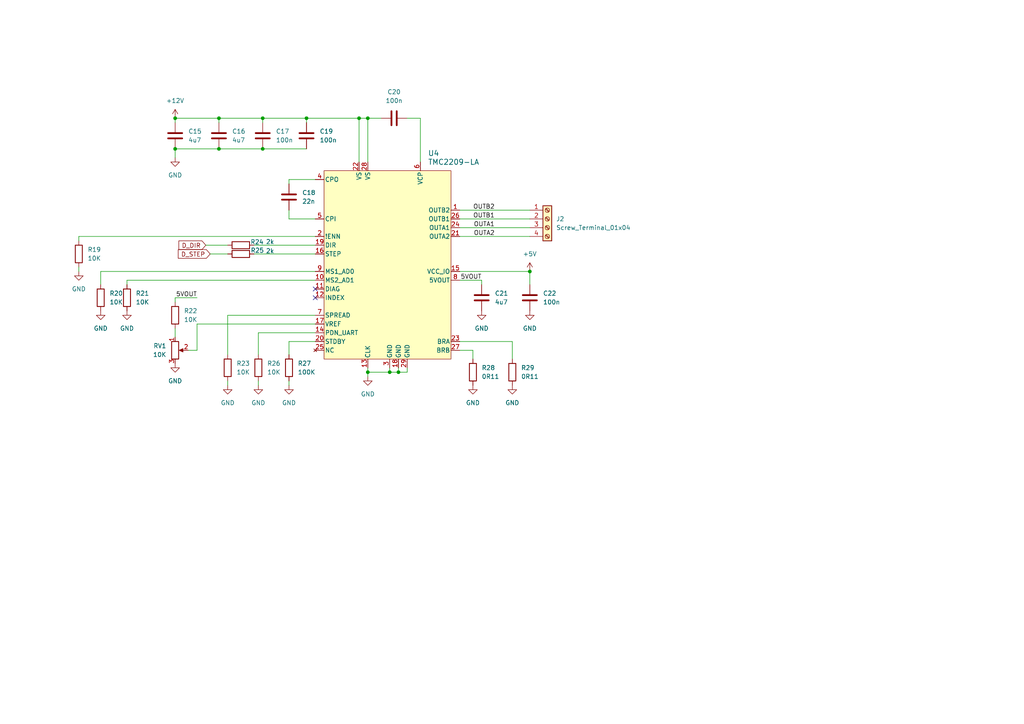
<source format=kicad_sch>
(kicad_sch (version 20230121) (generator eeschema)
  (paper "A4")
  (lib_symbols
    (symbol "Connector:Screw_Terminal_01x04" (pin_names (offset 1.016) hide)
      (property "Reference" "J" (at 0 5.08 0))
      (property "Value" "Screw_Terminal_01x04" (at 0 -7.62 0))
      (symbol "Screw_Terminal_01x04_1_1"
        (rectangle (start -1.27 3.81) (end 1.27 -6.35) (stroke (width 0.254)) (fill (type background)))
        (circle (center 0 -5.08) (radius 0.635) (stroke (width 0.1524)))
        (circle (center 0 -2.54) (radius 0.635) (stroke (width 0.1524)))
        (polyline (pts (xy -0.5334 -4.7498) (xy 0.3302 -5.588)) (stroke (width 0.1524)))
        (polyline (pts (xy -0.5334 -2.2098) (xy 0.3302 -3.048)) (stroke (width 0.1524)))
        (polyline (pts (xy -0.5334 0.3302) (xy 0.3302 -0.508)) (stroke (width 0.1524)))
        (polyline (pts (xy -0.5334 2.8702) (xy 0.3302 2.032)) (stroke (width 0.1524)))
        (polyline (pts (xy -0.3556 -4.572) (xy 0.508 -5.4102)) (stroke (width 0.1524)))
        (polyline (pts (xy -0.3556 -2.032) (xy 0.508 -2.8702)) (stroke (width 0.1524)))
        (polyline (pts (xy -0.3556 0.508) (xy 0.508 -0.3302)) (stroke (width 0.1524)))
        (polyline (pts (xy -0.3556 3.048) (xy 0.508 2.2098)) (stroke (width 0.1524)))
        (circle (center 0 0) (radius 0.635) (stroke (width 0.1524)))
        (circle (center 0 2.54) (radius 0.635) (stroke (width 0.1524)))
        (pin passive line (at -5.08 2.54 0) (length 3.81) (name "Pin_1") (number "1"))
        (pin passive line (at -5.08 0 0) (length 3.81) (name "Pin_2") (number "2"))
        (pin passive line (at -5.08 -2.54 0) (length 3.81) (name "Pin_3") (number "3"))
        (pin passive line (at -5.08 -5.08 0) (length 3.81) (name "Pin_4") (number "4"))
      )
    )
    (symbol "Device:C" (pin_numbers hide) (pin_names (offset 0.254))
      (property "Reference" "C" (at 0.635 2.54 0))
      (property "Value" "C" (at 0.635 -2.54 0))
      (symbol "C_0_1"
        (polyline (pts (xy -2.032 -0.762) (xy 2.032 -0.762)) (stroke (width 0.508)))
        (polyline (pts (xy -2.032 0.762) (xy 2.032 0.762)) (stroke (width 0.508)))
      )
      (symbol "C_1_1"
        (pin passive line (at 0 3.81 270) (length 2.794) (name "~") (number "1"))
        (pin passive line (at 0 -3.81 90) (length 2.794) (name "~") (number "2"))
      )
    )
    (symbol "Device:R" (pin_numbers hide) (pin_names (offset 0))
      (property "Reference" "R" (at 2.032 0 90))
      (property "Value" "R" (at 0 0 90))
      (symbol "R_0_1"
        (rectangle (start -1.016 -2.54) (end 1.016 2.54) (stroke (width 0.254)))
      )
      (symbol "R_1_1"
        (pin passive line (at 0 3.81 270) (length 1.27) (name "~") (number "1"))
        (pin passive line (at 0 -3.81 90) (length 1.27) (name "~") (number "2"))
      )
    )
    (symbol "Device:R_Potentiometer" (pin_names (offset 1.016) hide)
      (property "Reference" "RV" (at -4.445 0 90))
      (property "Value" "R_Potentiometer" (at -2.54 0 90))
      (symbol "R_Potentiometer_0_1"
        (polyline (pts (xy 2.54 0) (xy 1.524 0)))
        (polyline (pts (xy 1.143 0) (xy 2.286 0.508) (xy 2.286 -0.508) (xy 1.143 0)) (fill (type outline)))
        (rectangle (start 1.016 2.54) (end -1.016 -2.54) (stroke (width 0.254)))
      )
      (symbol "R_Potentiometer_1_1"
        (pin passive line (at 0 3.81 270) (length 1.27) (name "1") (number "1"))
        (pin passive line (at 3.81 0 180) (length 1.27) (name "2") (number "2"))
        (pin passive line (at 0 -3.81 90) (length 1.27) (name "3") (number "3"))
      )
    )
    (symbol "TMC2209-LA:TMC2209-LA" (pin_names (offset 0.254))
      (property "Reference" "U" (at -21.59 -24.13 0))
      (property "Value" "TMC2209-LA" (at 16.51 -27.94 0))
      (symbol "TMC2209-LA_1_0"
        (pin input line (at -10.16 -25.4 90) (length 2.54) (name "CLK") (number "13"))
        (pin power_in line (at -1.27 -25.4 90) (length 2.54) (name "GND") (number "18"))
        (pin power_in line (at -10.16 34.29 270) (length 2.54) (name "VS") (number "28"))
        (pin power_in line (at 1.27 -25.4 90) (length 2.54) (name "GND") (number "29"))
        (pin power_in line (at -3.81 -25.4 90) (length 2.54) (name "GND") (number "3"))
        (pin power_in line (at 5.08 34.29 270) (length 2.54) (name "VCP") (number "6"))
      )
      (symbol "TMC2209-LA_1_1"
        (rectangle (start -22.86 31.75) (end 13.97 -22.86) (fill (type background)))
        (pin output line (at 16.51 20.32 180) (length 2.54) (name "OUTB2") (number "1"))
        (pin input line (at -25.4 0 0) (length 2.54) (name "MS2_AD1") (number "10"))
        (pin output line (at -25.4 -2.54 0) (length 2.54) (name "DIAG") (number "11"))
        (pin output line (at -25.4 -5.08 0) (length 2.54) (name "INDEX") (number "12"))
        (pin input line (at -25.4 -15.24 0) (length 2.54) (name "PDN_UART") (number "14"))
        (pin passive line (at 16.51 2.54 180) (length 2.54) (name "VCC_IO") (number "15"))
        (pin input line (at -25.4 7.62 0) (length 2.54) (name "STEP") (number "16"))
        (pin input line (at -25.4 -12.7 0) (length 2.54) (name "VREF") (number "17"))
        (pin input line (at -25.4 10.16 0) (length 2.54) (name "DIR") (number "19"))
        (pin input line (at -25.4 12.7 0) (length 2.54) (name "!ENN") (number "2"))
        (pin input line (at -25.4 -17.78 0) (length 2.54) (name "STDBY") (number "20"))
        (pin output line (at 16.51 12.7 180) (length 2.54) (name "OUTA2") (number "21"))
        (pin power_in line (at -12.7 34.29 270) (length 2.54) (name "VS") (number "22"))
        (pin passive line (at 16.51 -17.78 180) (length 2.54) (name "BRA") (number "23"))
        (pin output line (at 16.51 15.24 180) (length 2.54) (name "OUTA1") (number "24"))
        (pin no_connect line (at -25.4 -20.32 0) (length 2.54) (name "NC") (number "25"))
        (pin output line (at 16.51 17.78 180) (length 2.54) (name "OUTB1") (number "26"))
        (pin passive line (at 16.51 -20.32 180) (length 2.54) (name "BRB") (number "27"))
        (pin bidirectional line (at -25.4 29.21 0) (length 2.54) (name "CPO") (number "4"))
        (pin bidirectional line (at -25.4 17.78 0) (length 2.54) (name "CPI") (number "5"))
        (pin input line (at -25.4 -10.16 0) (length 2.54) (name "SPREAD") (number "7"))
        (pin passive line (at 16.51 0 180) (length 2.54) (name "5VOUT") (number "8"))
        (pin input line (at -25.4 2.54 0) (length 2.54) (name "MS1_AD0") (number "9"))
      )
    )
    (symbol "power:+12V" (power) (pin_names (offset 0))
      (property "Value" "+12V" (at 0 3.556 0))
      (symbol "+12V_0_1"
        (polyline (pts (xy -0.762 1.27) (xy 0 2.54)))
        (polyline (pts (xy 0 0) (xy 0 2.54)))
        (polyline (pts (xy 0 2.54) (xy 0.762 1.27)))
      )
      (symbol "+12V_1_1"
        (pin power_in line (at 0 0 90) (length 0) hide (name "+12V") (number "1"))
      )
    )
    (symbol "power:+5V" (power) (pin_names (offset 0))
      (property "Value" "+5V" (at 0 3.556 0))
      (symbol "+5V_0_1"
        (polyline (pts (xy -0.762 1.27) (xy 0 2.54)))
        (polyline (pts (xy 0 0) (xy 0 2.54)))
        (polyline (pts (xy 0 2.54) (xy 0.762 1.27)))
      )
      (symbol "+5V_1_1"
        (pin power_in line (at 0 0 90) (length 0) hide (name "+5V") (number "1"))
      )
    )
    (symbol "power:GND" (power) (pin_names (offset 0))
      (property "Value" "GND" (at 0 -3.81 0))
      (symbol "GND_0_1"
        (polyline (pts (xy 0 0) (xy 0 -1.27) (xy 1.27 -1.27) (xy 0 -2.54) (xy -1.27 -1.27) (xy 0 -1.27)))
      )
      (symbol "GND_1_1"
        (pin power_in line (at 0 0 270) (length 0) hide (name "GND") (number "1"))
      )
    )
  )
  (junction (at 104.14 34.29))
  (junction (at 115.57 107.95))
  (junction (at 76.2 43.18))
  (junction (at 50.8 34.29))
  (junction (at 63.5 34.29))
  (junction (at 50.8 43.18))
  (junction (at 88.9 34.29))
  (junction (at 63.5 43.18))
  (junction (at 153.67 78.74))
  (junction (at 106.68 34.29))
  (junction (at 76.2 34.29))
  (junction (at 106.68 107.95))
  (junction (at 113.03 107.95))
  (no_connect (at 91.44 83.82))
  (no_connect (at 91.44 86.36))
  (wire (pts (xy 104.14 34.29) (xy 104.14 46.99)))
  (wire (pts (xy 91.44 99.06) (xy 83.82 99.06)))
  (wire (pts (xy 83.82 99.06) (xy 83.82 102.87)))
  (wire (pts (xy 74.93 110.49) (xy 74.93 111.76)))
  (wire (pts (xy 73.66 71.12) (xy 91.44 71.12)))
  (wire (pts (xy 115.57 106.68) (xy 115.57 107.95)))
  (wire (pts (xy 63.5 43.18) (xy 76.2 43.18)))
  (wire (pts (xy 133.35 60.96) (xy 153.67 60.96)))
  (wire (pts (xy 36.83 81.28) (xy 36.83 82.55)))
  (wire (pts (xy 133.35 63.5) (xy 153.67 63.5)))
  (wire (pts (xy 106.68 107.95) (xy 113.03 107.95)))
  (wire (pts (xy 139.7 82.55) (xy 139.7 81.28)))
  (wire (pts (xy 29.21 78.74) (xy 91.44 78.74)))
  (wire (pts (xy 83.82 52.07) (xy 83.82 53.34)))
  (wire (pts (xy 22.86 69.85) (xy 22.86 68.58)))
  (wire (pts (xy 57.15 93.98) (xy 57.15 101.6)))
  (wire (pts (xy 118.11 34.29) (xy 121.92 34.29)))
  (wire (pts (xy 29.21 78.74) (xy 29.21 82.55)))
  (wire (pts (xy 22.86 68.58) (xy 91.44 68.58)))
  (wire (pts (xy 63.5 34.29) (xy 63.5 35.56)))
  (wire (pts (xy 91.44 91.44) (xy 66.04 91.44)))
  (wire (pts (xy 137.16 101.6) (xy 137.16 104.14)))
  (wire (pts (xy 148.59 99.06) (xy 148.59 104.14)))
  (wire (pts (xy 50.8 34.29) (xy 63.5 34.29)))
  (wire (pts (xy 50.8 87.63) (xy 50.8 86.36)))
  (wire (pts (xy 133.35 66.04) (xy 153.67 66.04)))
  (wire (pts (xy 50.8 43.18) (xy 50.8 45.72)))
  (wire (pts (xy 66.04 110.49) (xy 66.04 111.76)))
  (wire (pts (xy 121.92 34.29) (xy 121.92 46.99)))
  (wire (pts (xy 76.2 34.29) (xy 88.9 34.29)))
  (wire (pts (xy 76.2 43.18) (xy 88.9 43.18)))
  (wire (pts (xy 83.82 110.49) (xy 83.82 111.76)))
  (wire (pts (xy 106.68 46.99) (xy 106.68 34.29)))
  (wire (pts (xy 50.8 43.18) (xy 63.5 43.18)))
  (wire (pts (xy 91.44 93.98) (xy 57.15 93.98)))
  (wire (pts (xy 91.44 96.52) (xy 74.93 96.52)))
  (wire (pts (xy 133.35 101.6) (xy 137.16 101.6)))
  (wire (pts (xy 139.7 81.28) (xy 133.35 81.28)))
  (wire (pts (xy 59.69 71.12) (xy 66.04 71.12)))
  (wire (pts (xy 118.11 107.95) (xy 118.11 106.68)))
  (wire (pts (xy 115.57 107.95) (xy 118.11 107.95)))
  (wire (pts (xy 60.96 73.66) (xy 66.04 73.66)))
  (wire (pts (xy 50.8 95.25) (xy 50.8 97.79)))
  (wire (pts (xy 22.86 77.47) (xy 22.86 78.74)))
  (wire (pts (xy 133.35 78.74) (xy 153.67 78.74)))
  (wire (pts (xy 113.03 106.68) (xy 113.03 107.95)))
  (wire (pts (xy 88.9 34.29) (xy 104.14 34.29)))
  (wire (pts (xy 76.2 34.29) (xy 76.2 35.56)))
  (wire (pts (xy 36.83 81.28) (xy 91.44 81.28)))
  (wire (pts (xy 50.8 35.56) (xy 50.8 34.29)))
  (wire (pts (xy 50.8 86.36) (xy 57.15 86.36)))
  (wire (pts (xy 106.68 34.29) (xy 104.14 34.29)))
  (wire (pts (xy 106.68 106.68) (xy 106.68 107.95)))
  (wire (pts (xy 153.67 78.74) (xy 153.67 82.55)))
  (wire (pts (xy 106.68 107.95) (xy 106.68 109.22)))
  (wire (pts (xy 83.82 63.5) (xy 91.44 63.5)))
  (wire (pts (xy 63.5 34.29) (xy 76.2 34.29)))
  (wire (pts (xy 113.03 107.95) (xy 115.57 107.95)))
  (wire (pts (xy 83.82 60.96) (xy 83.82 63.5)))
  (wire (pts (xy 133.35 99.06) (xy 148.59 99.06)))
  (wire (pts (xy 91.44 52.07) (xy 83.82 52.07)))
  (wire (pts (xy 106.68 34.29) (xy 110.49 34.29)))
  (wire (pts (xy 57.15 101.6) (xy 54.61 101.6)))
  (wire (pts (xy 133.35 68.58) (xy 153.67 68.58)))
  (wire (pts (xy 73.66 73.66) (xy 91.44 73.66)))
  (wire (pts (xy 88.9 34.29) (xy 88.9 35.56)))
  (wire (pts (xy 74.93 96.52) (xy 74.93 102.87)))
  (wire (pts (xy 66.04 91.44) (xy 66.04 102.87)))
  (label "5VOUT" (at 139.7 81.28 180))
  (label "OUTA1" (at 143.51 66.04 180))
  (label "OUTB2" (at 143.51 60.96 180))
  (label "OUTA2" (at 143.51 68.58 180))
  (label "OUTB1" (at 143.51 63.5 180))
  (label "5VOUT" (at 57.15 86.36 180))
  (global_label "D_DIR" (shape input) (at 59.69 71.12 180) (property "Intersheetrefs" "${INTERSHEET_REFS}" (effects hide)))
  (global_label "D_STEP" (shape input) (at 60.96 73.66 180) (property "Intersheetrefs" "${INTERSHEET_REFS}" (effects hide)))
  (symbol (lib_id "Device:R") (at 22.86 73.66 180) (unit 1)
    (property "Reference" "R19" (at 25.4 72.39 0) (effects (justify right)))
    (property "Value" "10K" (at 25.4 74.93 0) (effects (justify right)))
    (property "Footprint" "Resistor_SMD:R_0603_1608Metric" (effects hide))
    (instances (project "motor_board_pcb" (path "" (reference "R19") (unit 1))) (project "LocalDesign" (path "" (reference "R?") (unit 1))))
  )
  (symbol (lib_id "Device:R") (at 74.93 106.68 180) (unit 1)
    (property "Reference" "R26" (at 77.47 105.41 0) (effects (justify right)))
    (property "Value" "10K" (at 77.47 107.95 0) (effects (justify right)))
    (property "Footprint" "Resistor_SMD:R_0603_1608Metric" (effects hide))
    (instances (project "motor_board_pcb" (path "" (reference "R26") (unit 1))) (project "LocalDesign" (path "" (reference "R?") (unit 1))))
  )
  (symbol (lib_id "Device:R") (at 36.83 86.36 180) (unit 1)
    (property "Reference" "R21" (at 39.37 85.09 0) (effects (justify right)))
    (property "Value" "10K" (at 39.37 87.63 0) (effects (justify right)))
    (property "Footprint" "Resistor_SMD:R_0603_1608Metric" (effects hide))
    (instances (project "motor_board_pcb" (path "" (reference "R21") (unit 1))) (project "LocalDesign" (path "" (reference "R?") (unit 1))))
  )
  (symbol (lib_id "power:GND") (at 50.8 105.41 0) (unit 1)
    (property "Reference" "#PWR046" (effects hide))
    (property "Value" "GND" (at 50.8 110.49 0))
    (instances (project "motor_board_pcb" (path "" (reference "#PWR046") (unit 1))) (project "LocalDesign" (path "" (reference "#PWR?") (unit 1))))
  )
  (symbol (lib_id "Device:C") (at 76.2 39.37 180) (unit 1)
    (property "Reference" "C17" (at 80.01 38.1 0) (effects (justify right)))
    (property "Value" "100n" (at 80.01 40.64 0) (effects (justify right)))
    (property "Footprint" "Capacitor_SMD:C_0603_1608Metric" (effects hide))
    (instances (project "motor_board_pcb" (path "" (reference "C17") (unit 1))) (project "LocalDesign" (path "" (reference "C?") (unit 1))))
  )
  (symbol (lib_id "power:GND") (at 74.93 111.76 0) (unit 1)
    (property "Reference" "#PWR048" (effects hide))
    (property "Value" "GND" (at 74.93 116.84 0))
    (instances (project "motor_board_pcb" (path "" (reference "#PWR048") (unit 1))) (project "LocalDesign" (path "" (reference "#PWR?") (unit 1))))
  )
  (symbol (lib_id "Device:C") (at 139.7 86.36 180) (unit 1)
    (property "Reference" "C21" (at 143.51 85.09 0) (effects (justify right)))
    (property "Value" "4u7" (at 143.51 87.63 0) (effects (justify right)))
    (property "Footprint" "Capacitor_SMD:C_0603_1608Metric" (effects hide))
    (instances (project "motor_board_pcb" (path "" (reference "C21") (unit 1))) (project "LocalDesign" (path "" (reference "C?") (unit 1))))
  )
  (symbol (lib_id "power:GND") (at 83.82 111.76 0) (unit 1)
    (property "Reference" "#PWR049" (effects hide))
    (property "Value" "GND" (at 83.82 116.84 0))
    (instances (project "motor_board_pcb" (path "" (reference "#PWR049") (unit 1))) (project "LocalDesign" (path "" (reference "#PWR?") (unit 1))))
  )
  (symbol (lib_id "Connector:Screw_Terminal_01x04") (at 158.75 63.5 0) (unit 1)
    (property "Reference" "J2" (at 161.29 63.5 0) (effects (justify left)))
    (property "Value" "Screw_Terminal_01x04" (at 161.29 66.04 0) (effects (justify left)))
    (property "Footprint" "Connector_PinHeader_1.00mm:PinHeader_1x04_P1.00mm_Vertical" (effects hide))
    (instances (project "motor_board_pcb" (path "" (reference "J2") (unit 1))) (project "LocalDesign" (path "" (reference "J?") (unit 1))))
  )
  (symbol (lib_id "power:GND") (at 29.21 90.17 0) (unit 1)
    (property "Reference" "#PWR042" (effects hide))
    (property "Value" "GND" (at 29.21 95.25 0))
    (instances (project "motor_board_pcb" (path "" (reference "#PWR042") (unit 1))) (project "LocalDesign" (path "" (reference "#PWR?") (unit 1))))
  )
  (symbol (lib_id "power:+5V") (at 153.67 78.74 0) (unit 1)
    (property "Reference" "#PWR054" (effects hide))
    (property "Value" "+5V" (at 153.67 73.66 0))
    (instances (project "motor_board_pcb" (path "" (reference "#PWR054") (unit 1))) (project "LocalDesign" (path "" (reference "#PWR?") (unit 1))))
  )
  (symbol (lib_id "power:GND") (at 148.59 111.76 0) (unit 1)
    (property "Reference" "#PWR053" (effects hide))
    (property "Value" "GND" (at 148.59 116.84 0))
    (instances (project "motor_board_pcb" (path "" (reference "#PWR053") (unit 1))) (project "LocalDesign" (path "" (reference "#PWR?") (unit 1))))
  )
  (symbol (lib_id "power:GND") (at 36.83 90.17 0) (unit 1)
    (property "Reference" "#PWR043" (effects hide))
    (property "Value" "GND" (at 36.83 95.25 0))
    (instances (project "motor_board_pcb" (path "" (reference "#PWR043") (unit 1))) (project "LocalDesign" (path "" (reference "#PWR?") (unit 1))))
  )
  (symbol (lib_id "Device:R") (at 69.85 71.12 270) (unit 1)
    (property "Reference" "R24" (at 74.5631 70.2003 90))
    (property "Value" "2k" (at 78.3237 70.122 90))
    (property "Footprint" "Resistor_SMD:R_0603_1608Metric" (effects hide))
    (instances (project "motor_board_pcb" (path "" (reference "R24") (unit 1))) (project "LocalDesign" (path "" (reference "R?") (unit 1))))
  )
  (symbol (lib_id "power:GND") (at 137.16 111.76 0) (unit 1)
    (property "Reference" "#PWR051" (effects hide))
    (property "Value" "GND" (at 137.16 116.84 0))
    (instances (project "motor_board_pcb" (path "" (reference "#PWR051") (unit 1))) (project "LocalDesign" (path "" (reference "#PWR?") (unit 1))))
  )
  (symbol (lib_id "Device:R_Potentiometer") (at 50.8 101.6 0) (unit 1)
    (property "Reference" "RV1" (at 48.26 100.33 0) (effects (justify right)))
    (property "Value" "10K" (at 48.26 102.87 0) (effects (justify right)))
    (property "Footprint" "~ALL:TRIM_TC33X-2-103E" (effects hide))
    (instances (project "motor_board_pcb" (path "" (reference "RV1") (unit 1))) (project "LocalDesign" (path "" (reference "RV?") (unit 1))))
  )
  (symbol (lib_id "Device:R") (at 69.85 73.66 270) (unit 1)
    (property "Reference" "R25" (at 74.6415 72.629 90))
    (property "Value" "2k" (at 78.3237 72.7857 90))
    (property "Footprint" "Resistor_SMD:R_0603_1608Metric" (effects hide))
    (instances (project "motor_board_pcb" (path "" (reference "R25") (unit 1))) (project "LocalDesign" (path "" (reference "R?") (unit 1))))
  )
  (symbol (lib_id "Device:C") (at 50.8 39.37 180) (unit 1)
    (property "Reference" "C15" (at 54.61 38.1 0) (effects (justify right)))
    (property "Value" "4u7" (at 54.61 40.64 0) (effects (justify right)))
    (property "Footprint" "Capacitor_SMD:C_0603_1608Metric" (effects hide))
    (instances (project "motor_board_pcb" (path "" (reference "C15") (unit 1))) (project "LocalDesign" (path "" (reference "C?") (unit 1))))
  )
  (symbol (lib_id "power:+12V") (at 50.8 34.29 0) (unit 1)
    (property "Reference" "#PWR044" (effects hide))
    (property "Value" "+12V" (at 50.8 29.21 0))
    (instances (project "motor_board_pcb" (path "" (reference "#PWR044") (unit 1))) (project "LocalDesign" (path "" (reference "#PWR?") (unit 1))))
  )
  (symbol (lib_id "Device:R") (at 148.59 107.95 180) (unit 1)
    (property "Reference" "R29" (at 151.13 106.68 0) (effects (justify right)))
    (property "Value" "0R11" (at 151.13 109.22 0) (effects (justify right)))
    (property "Footprint" "Resistor_SMD:R_0603_1608Metric" (effects hide))
    (instances (project "motor_board_pcb" (path "" (reference "R29") (unit 1))) (project "LocalDesign" (path "" (reference "R?") (unit 1))))
  )
  (symbol (lib_id "Device:C") (at 114.3 34.29 270) (unit 1)
    (property "Reference" "C20" (at 114.3 26.67 90))
    (property "Value" "100n" (at 114.3 29.21 90))
    (property "Footprint" "Capacitor_SMD:C_0603_1608Metric" (effects hide))
    (instances (project "motor_board_pcb" (path "" (reference "C20") (unit 1))) (project "LocalDesign" (path "" (reference "C?") (unit 1))))
  )
  (symbol (lib_id "Device:C") (at 63.5 39.37 180) (unit 1)
    (property "Reference" "C16" (at 67.31 38.1 0) (effects (justify right)))
    (property "Value" "4u7" (at 67.31 40.64 0) (effects (justify right)))
    (property "Footprint" "Capacitor_SMD:C_0603_1608Metric" (effects hide))
    (instances (project "motor_board_pcb" (path "" (reference "C16") (unit 1))) (project "LocalDesign" (path "" (reference "C?") (unit 1))))
  )
  (symbol (lib_id "Device:R") (at 66.04 106.68 180) (unit 1)
    (property "Reference" "R23" (at 68.58 105.41 0) (effects (justify right)))
    (property "Value" "10K" (at 68.58 107.95 0) (effects (justify right)))
    (property "Footprint" "Resistor_SMD:R_0603_1608Metric" (effects hide))
    (instances (project "motor_board_pcb" (path "" (reference "R23") (unit 1))) (project "LocalDesign" (path "" (reference "R?") (unit 1))))
  )
  (symbol (lib_id "Device:R") (at 83.82 106.68 180) (unit 1)
    (property "Reference" "R27" (at 86.36 105.41 0) (effects (justify right)))
    (property "Value" "100K" (at 86.36 107.95 0) (effects (justify right)))
    (property "Footprint" "Resistor_SMD:R_0603_1608Metric" (effects hide))
    (instances (project "motor_board_pcb" (path "" (reference "R27") (unit 1))) (project "LocalDesign" (path "" (reference "R?") (unit 1))))
  )
  (symbol (lib_id "Device:R") (at 29.21 86.36 180) (unit 1)
    (property "Reference" "R20" (at 31.75 85.09 0) (effects (justify right)))
    (property "Value" "10K" (at 31.75 87.63 0) (effects (justify right)))
    (property "Footprint" "Resistor_SMD:R_0603_1608Metric" (effects hide))
    (instances (project "motor_board_pcb" (path "" (reference "R20") (unit 1))) (project "LocalDesign" (path "" (reference "R?") (unit 1))))
  )
  (symbol (lib_id "Device:R") (at 50.8 91.44 180) (unit 1)
    (property "Reference" "R22" (at 53.34 90.17 0) (effects (justify right)))
    (property "Value" "10K" (at 53.34 92.71 0) (effects (justify right)))
    (property "Footprint" "Resistor_SMD:R_0603_1608Metric" (effects hide))
    (instances (project "motor_board_pcb" (path "" (reference "R22") (unit 1))) (project "LocalDesign" (path "" (reference "R?") (unit 1))))
  )
  (symbol (lib_id "power:GND") (at 66.04 111.76 0) (unit 1)
    (property "Reference" "#PWR047" (effects hide))
    (property "Value" "GND" (at 66.04 116.84 0))
    (instances (project "motor_board_pcb" (path "" (reference "#PWR047") (unit 1))) (project "LocalDesign" (path "" (reference "#PWR?") (unit 1))))
  )
  (symbol (lib_id "power:GND") (at 22.86 78.74 0) (unit 1)
    (property "Reference" "#PWR041" (effects hide))
    (property "Value" "GND" (at 22.86 83.82 0))
    (instances (project "motor_board_pcb" (path "" (reference "#PWR041") (unit 1))) (project "LocalDesign" (path "" (reference "#PWR?") (unit 1))))
  )
  (symbol (lib_id "power:GND") (at 50.8 45.72 0) (unit 1)
    (property "Reference" "#PWR045" (effects hide))
    (property "Value" "GND" (at 50.8 50.8 0))
    (instances (project "motor_board_pcb" (path "" (reference "#PWR045") (unit 1))) (project "LocalDesign" (path "" (reference "#PWR?") (unit 1))))
  )
  (symbol (lib_id "power:GND") (at 139.7 90.17 0) (unit 1)
    (property "Reference" "#PWR052" (effects hide))
    (property "Value" "GND" (at 139.7 95.25 0))
    (instances (project "motor_board_pcb" (path "" (reference "#PWR052") (unit 1))) (project "LocalDesign" (path "" (reference "#PWR?") (unit 1))))
  )
  (symbol (lib_id "Device:R") (at 137.16 107.95 180) (unit 1)
    (property "Reference" "R28" (at 139.7 106.68 0) (effects (justify right)))
    (property "Value" "0R11" (at 139.7 109.22 0) (effects (justify right)))
    (property "Footprint" "Resistor_SMD:R_0603_1608Metric" (effects hide))
    (instances (project "motor_board_pcb" (path "" (reference "R28") (unit 1))) (project "LocalDesign" (path "" (reference "R?") (unit 1))))
  )
  (symbol (lib_id "power:GND") (at 106.68 109.22 0) (unit 1)
    (property "Reference" "#PWR050" (effects hide))
    (property "Value" "GND" (at 106.68 114.3 0))
    (instances (project "motor_board_pcb" (path "" (reference "#PWR050") (unit 1))) (project "LocalDesign" (path "" (reference "#PWR?") (unit 1))))
  )
  (symbol (lib_id "TMC2209-LA:TMC2209-LA") (at 116.84 81.28 0) (unit 1)
    (property "Reference" "U4" (at 124.1141 44.45 0) (effects (font (size 1.524 1.524)) (justify left)))
    (property "Value" "TMC2209-LA" (at 124.1141 46.99 0) (effects (font (size 1.524 1.524)) (justify left)))
    (property "Footprint" "~ALL:QFN50P500X500X90-29N" (effects hide))
    (property "Datasheet" "TMC2209-LA" (effects hide))
    (instances (project "motor_board_pcb" (path "" (reference "U4") (unit 1))) (project "LocalDesign" (path "" (reference "U?") (unit 1))))
  )
  (symbol (lib_id "Device:C") (at 153.67 86.36 0) (unit 1)
    (property "Reference" "C22" (at 157.48 85.09 0) (effects (justify left)))
    (property "Value" "100n" (at 157.48 87.63 0) (effects (justify left)))
    (property "Footprint" "Capacitor_SMD:C_0603_1608Metric" (effects hide))
    (instances (project "motor_board_pcb" (path "" (reference "C22") (unit 1))) (project "LocalDesign" (path "" (reference "C?") (unit 1))))
  )
  (symbol (lib_id "Device:C") (at 88.9 39.37 180) (unit 1)
    (property "Reference" "C19" (at 92.71 38.1 0) (effects (justify right)))
    (property "Value" "100n" (at 92.71 40.64 0) (effects (justify right)))
    (property "Footprint" "Capacitor_SMD:C_0603_1608Metric" (effects hide))
    (instances (project "motor_board_pcb" (path "" (reference "C19") (unit 1))) (project "LocalDesign" (path "" (reference "C?") (unit 1))))
  )
  (symbol (lib_id "power:GND") (at 153.67 90.17 0) (unit 1)
    (property "Reference" "#PWR055" (effects hide))
    (property "Value" "GND" (at 153.67 95.25 0))
    (instances (project "motor_board_pcb" (path "" (reference "#PWR055") (unit 1))) (project "LocalDesign" (path "" (reference "#PWR?") (unit 1))))
  )
  (symbol (lib_id "Device:C") (at 83.82 57.15 180) (unit 1)
    (property "Reference" "C18" (at 87.63 55.88 0) (effects (justify right)))
    (property "Value" "22n" (at 87.63 58.42 0) (effects (justify right)))
    (property "Footprint" "Capacitor_SMD:C_0603_1608Metric" (effects hide))
    (instances (project "motor_board_pcb" (path "" (reference "C18") (unit 1))) (project "LocalDesign" (path "" (reference "C?") (unit 1))))
  )
)
</source>
